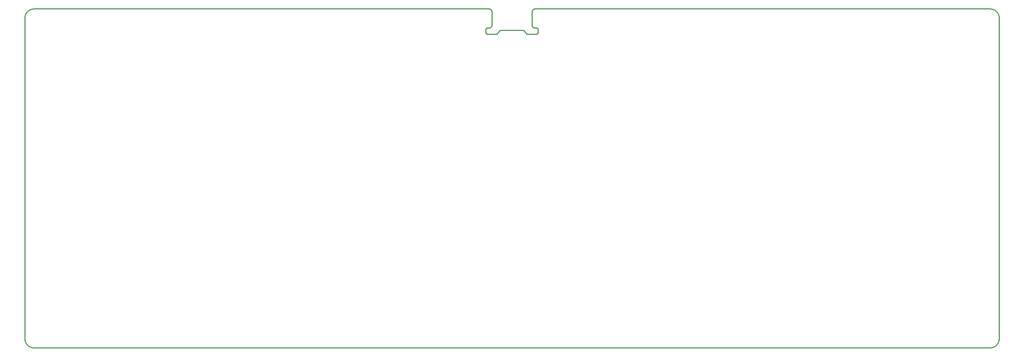
<source format=gbr>
%FSTAX23Y23*%
%MOIN*%
%SFA1B1*%

%IPPOS*%
%ADD141C,0.014000*%
%LNquadcube_65_pcb_mechanical_3-1*%
%LPD*%
G54D141*
X16722Y09143D02*
D01*
X16722Y09151*
X16721Y09159*
X16719Y09167*
X16717Y09175*
X16715Y09183*
X16712Y09191*
X16708Y09198*
X16704Y09205*
X16699Y09212*
X16694Y09219*
X16689Y09225*
X16683Y0923*
X16677Y09236*
X1667Y09241*
X16663Y09245*
X16656Y09249*
X16648Y09252*
X1664Y09255*
X16632Y09257*
X16624Y09259*
X16616Y0926*
X16608Y09261*
X16604Y09261*
X10777D02*
D01*
X10774Y09261*
X10772Y0926*
X10769Y0926*
X10766Y09259*
X10764Y09258*
X10761Y09257*
X10759Y09256*
X10756Y09255*
X10754Y09253*
X10752Y09251*
X1075Y0925*
X10748Y09248*
X10746Y09246*
X10744Y09243*
X10743Y09241*
X10742Y09239*
X10741Y09236*
X1074Y09234*
X10739Y09231*
X10738Y09228*
X10738Y09225*
X10738Y09223*
X10738Y09221*
Y09055D02*
D01*
X10738Y09052*
X10738Y09049*
X10739Y09047*
X10739Y09044*
X1074Y09041*
X10741Y09039*
X10742Y09036*
X10744Y09034*
X10745Y09032*
X10747Y0903*
X10749Y09028*
X10751Y09026*
X10753Y09024*
X10755Y09022*
X10757Y09021*
X1076Y0902*
X10762Y09018*
X10765Y09018*
X10768Y09017*
X1077Y09016*
X10773Y09016*
X10776Y09016*
X10777Y09016*
X10816Y08996D02*
D01*
X10816Y08997*
X10816Y08999*
X10816Y09*
X10816Y09001*
X10815Y09003*
X10815Y09004*
X10814Y09005*
X10813Y09006*
X10813Y09007*
X10812Y09009*
X10811Y0901*
X1081Y09011*
X10809Y09011*
X10808Y09012*
X10807Y09013*
X10805Y09014*
X10804Y09014*
X10803Y09015*
X10802Y09015*
X108Y09015*
X10799Y09015*
X10797Y09016*
X10797Y09016*
Y08937D02*
D01*
X10798Y08937*
X10799Y08937*
X10801Y08937*
X10802Y08938*
X10803Y08938*
X10805Y08939*
X10806Y08939*
X10807Y0894*
X10808Y08941*
X10809Y08941*
X1081Y08942*
X10811Y08943*
X10812Y08944*
X10813Y08946*
X10814Y08947*
X10814Y08948*
X10815Y08949*
X10815Y0895*
X10816Y08952*
X10816Y08953*
X10816Y08954*
X10816Y08956*
X10816Y08957*
X10147D02*
D01*
X10147Y08955*
X10147Y08954*
X10148Y08952*
X10148Y08951*
X10148Y0895*
X10149Y08949*
X10149Y08947*
X1015Y08946*
X10151Y08945*
X10152Y08944*
X10153Y08943*
X10154Y08942*
X10155Y08941*
X10156Y0894*
X10157Y08939*
X10158Y08939*
X10159Y08938*
X10161Y08938*
X10162Y08937*
X10163Y08937*
X10165Y08937*
X10166Y08937*
X10167Y08937*
Y09016D02*
D01*
X10165Y09016*
X10164Y09015*
X10163Y09015*
X10161Y09015*
X1016Y09014*
X10159Y09014*
X10158Y09013*
X10156Y09013*
X10155Y09012*
X10154Y09011*
X10153Y0901*
X10152Y09009*
X10151Y09008*
X10151Y09007*
X1015Y09006*
X10149Y09005*
X10149Y09003*
X10148Y09002*
X10148Y09001*
X10147Y08999*
X10147Y08998*
X10147Y08997*
X10147Y08996*
X10187Y09016D02*
D01*
X10189Y09016*
X10192Y09016*
X10195Y09016*
X10197Y09017*
X102Y09018*
X10203Y09019*
X10205Y0902*
X10207Y09022*
X1021Y09023*
X10212Y09025*
X10214Y09027*
X10216Y09029*
X10218Y09031*
X10219Y09033*
X10221Y09035*
X10222Y09038*
X10223Y0904*
X10224Y09043*
X10225Y09045*
X10225Y09048*
X10226Y09051*
X10226Y09054*
X10226Y09055*
Y09221D02*
D01*
X10226Y09224*
X10225Y09227*
X10225Y0923*
X10224Y09232*
X10224Y09235*
X10222Y09237*
X10221Y0924*
X1022Y09242*
X10218Y09244*
X10217Y09247*
X10215Y09249*
X10213Y09251*
X10211Y09252*
X10209Y09254*
X10206Y09255*
X10204Y09257*
X10201Y09258*
X10199Y09259*
X10196Y0926*
X10193Y0926*
X10191Y0926*
X10188Y09261*
X10187Y09261*
X0436D02*
D01*
X04351Y0926*
X04343Y0926*
X04335Y09258*
X04327Y09256*
X04319Y09254*
X04312Y0925*
X04304Y09247*
X04297Y09243*
X0429Y09238*
X04284Y09233*
X04278Y09228*
X04272Y09222*
X04267Y09215*
X04262Y09209*
X04257Y09202*
X04254Y09194*
X0425Y09187*
X04247Y09179*
X04245Y09171*
X04243Y09163*
X04242Y09155*
X04242Y09147*
X04242Y09143*
Y0503D02*
D01*
X04242Y05022*
X04243Y05014*
X04244Y05006*
X04246Y04998*
X04249Y0499*
X04252Y04982*
X04255Y04975*
X0426Y04968*
X04264Y04961*
X04269Y04954*
X04275Y04948*
X04281Y04943*
X04287Y04937*
X04294Y04932*
X04301Y04928*
X04308Y04924*
X04315Y04921*
X04323Y04918*
X04331Y04916*
X04339Y04914*
X04347Y04913*
X04356Y04912*
X0436Y04912*
X16604D02*
D01*
X16612Y04912*
X1662Y04913*
X16628Y04915*
X16636Y04917*
X16644Y04919*
X16652Y04922*
X16659Y04926*
X16666Y0493*
X16673Y04935*
X1668Y0494*
X16686Y04945*
X16692Y04951*
X16697Y04958*
X16702Y04964*
X16706Y04971*
X1671Y04979*
X16713Y04986*
X16716Y04994*
X16718Y05002*
X1672Y0501*
X16721Y05018*
X16722Y05026*
X16722Y0503*
X10777Y09016D02*
X10797D01*
X10674Y08937D02*
X10797D01*
X10634Y08986D02*
X10674Y08937D01*
X10329Y08986D02*
X10634D01*
X1029Y08937D02*
X10329Y08986D01*
X10167Y08937D02*
X1029D01*
X10147Y08957D02*
Y08996D01*
X10167Y09016D02*
X10187D01*
X10226Y09055D02*
Y09221D01*
X10777Y09261D02*
X16604D01*
X10738Y09055D02*
Y09221D01*
X10816Y08957D02*
Y08996D01*
X0436Y09261D02*
X10187D01*
X04242Y0503D02*
Y09143D01*
X0436Y04912D02*
X16604D01*
X16722Y0503D02*
Y09143D01*
M02*
</source>
